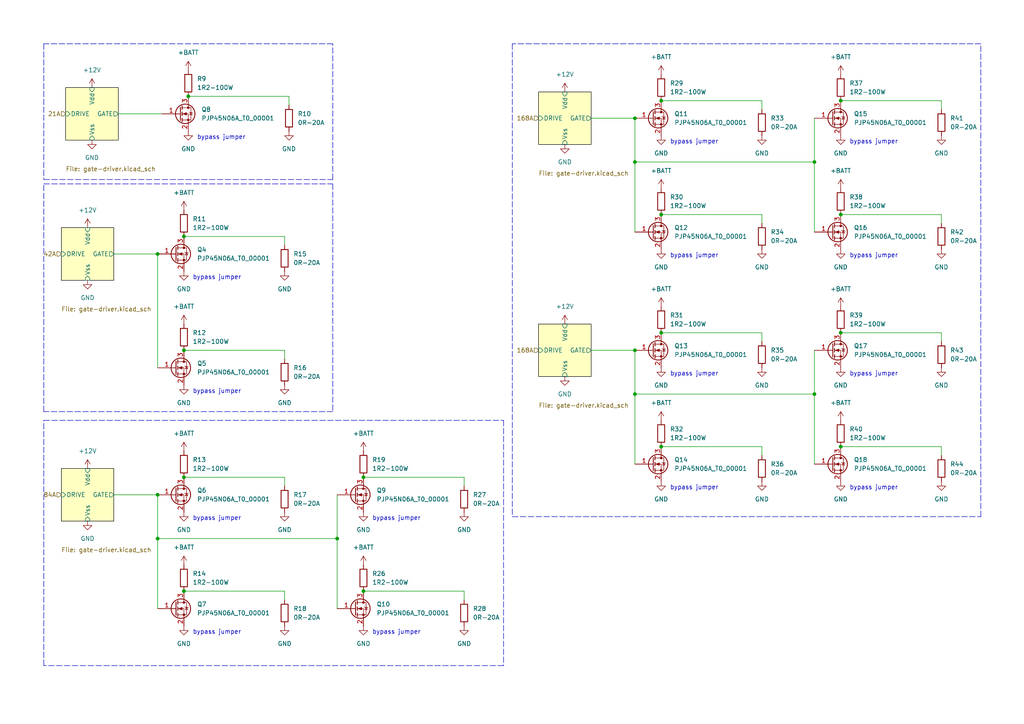
<source format=kicad_sch>
(kicad_sch (version 20211123) (generator eeschema)
  (paper "A4")
  (lib_symbols
    (symbol "OEM:0R-20A" (pin_numbers hide) (pin_names (offset 0))
      (property "Reference" "R" (at 2.032 0 90))
      (property "Value" "0R-20A" (at 0 0 90))
      (symbol "0R-20A_1_1"
        (pin passive line (at 0 3.81 270) (length 1.27) (name "~") (number "1"))
        (pin passive line (at 0 -3.81 90) (length 1.27) (name "~") (number "2"))
      )
    )
    (symbol "OEM:1R2-100W" (pin_numbers hide) (pin_names (offset 0))
      (property "Reference" "R" (at 2.032 0 90))
      (property "Value" "1R2-100W" (at 0 0 90))
      (symbol "1R2-100W_1_1"
        (pin passive line (at 0 3.81 270) (length 1.27) (name "~") (number "1"))
        (pin passive line (at 0 -3.81 90) (length 1.27) (name "~") (number "2"))
      )
    )
    (symbol "OEM:PJP45N06A_T0_00001" (pin_names (offset 0) hide)
      (property "Reference" "Q" (at 5.08 1.905 0))
      (property "Value" "PJP45N06A_T0_00001" (at 5.08 0 0))
      (symbol "PJP45N06A_T0_00001_1_1"
        (pin input line (at -5.08 0 0) (length 5.334) (name "G") (number "1"))
        (pin passive line (at 2.54 -5.08 90) (length 2.54) (name "S") (number "2"))
        (pin passive line (at 2.54 5.08 270) (length 2.54) (name "D") (number "3"))
      )
    )
    (symbol "PJP45N06A_T0_00001_1" (pin_names (offset 0) hide)
      (property "Reference" "Q" (at 5.08 1.905 0))
      (property "Value" "PJP45N06A_T0_00001_1" (at 5.08 0 0))
      (symbol "PJP45N06A_T0_00001_1_1_1"
        (pin input line (at -5.08 0 0) (length 5.334) (name "G") (number "1"))
        (pin passive line (at 2.54 -5.08 90) (length 2.54) (name "S") (number "2"))
        (pin passive line (at 2.54 5.08 270) (length 2.54) (name "D") (number "3"))
      )
    )
    (symbol "PJP45N06A_T0_00001_10" (pin_names (offset 0) hide)
      (property "Reference" "Q" (at 5.08 1.905 0))
      (property "Value" "PJP45N06A_T0_00001_10" (at 5.08 0 0))
      (symbol "PJP45N06A_T0_00001_10_1_1"
        (pin input line (at -5.08 0 0) (length 5.334) (name "G") (number "1"))
        (pin passive line (at 2.54 -5.08 90) (length 2.54) (name "S") (number "2"))
        (pin passive line (at 2.54 5.08 270) (length 2.54) (name "D") (number "3"))
      )
    )
    (symbol "PJP45N06A_T0_00001_11" (pin_names (offset 0) hide)
      (property "Reference" "Q" (at 5.08 1.905 0))
      (property "Value" "PJP45N06A_T0_00001_11" (at 5.08 0 0))
      (symbol "PJP45N06A_T0_00001_11_1_1"
        (pin input line (at -5.08 0 0) (length 5.334) (name "G") (number "1"))
        (pin passive line (at 2.54 -5.08 90) (length 2.54) (name "S") (number "2"))
        (pin passive line (at 2.54 5.08 270) (length 2.54) (name "D") (number "3"))
      )
    )
    (symbol "PJP45N06A_T0_00001_12" (pin_names (offset 0) hide)
      (property "Reference" "Q" (at 5.08 1.905 0))
      (property "Value" "PJP45N06A_T0_00001_12" (at 5.08 0 0))
      (symbol "PJP45N06A_T0_00001_12_1_1"
        (pin input line (at -5.08 0 0) (length 5.334) (name "G") (number "1"))
        (pin passive line (at 2.54 -5.08 90) (length 2.54) (name "S") (number "2"))
        (pin passive line (at 2.54 5.08 270) (length 2.54) (name "D") (number "3"))
      )
    )
    (symbol "PJP45N06A_T0_00001_13" (pin_names (offset 0) hide)
      (property "Reference" "Q" (at 5.08 1.905 0))
      (property "Value" "PJP45N06A_T0_00001_13" (at 5.08 0 0))
      (symbol "PJP45N06A_T0_00001_13_1_1"
        (pin input line (at -5.08 0 0) (length 5.334) (name "G") (number "1"))
        (pin passive line (at 2.54 -5.08 90) (length 2.54) (name "S") (number "2"))
        (pin passive line (at 2.54 5.08 270) (length 2.54) (name "D") (number "3"))
      )
    )
    (symbol "PJP45N06A_T0_00001_14" (pin_names (offset 0) hide)
      (property "Reference" "Q" (at 5.08 1.905 0))
      (property "Value" "PJP45N06A_T0_00001_14" (at 5.08 0 0))
      (symbol "PJP45N06A_T0_00001_14_1_1"
        (pin input line (at -5.08 0 0) (length 5.334) (name "G") (number "1"))
        (pin passive line (at 2.54 -5.08 90) (length 2.54) (name "S") (number "2"))
        (pin passive line (at 2.54 5.08 270) (length 2.54) (name "D") (number "3"))
      )
    )
    (symbol "PJP45N06A_T0_00001_2" (pin_names (offset 0) hide)
      (property "Reference" "Q" (at 5.08 1.905 0))
      (property "Value" "PJP45N06A_T0_00001_2" (at 5.08 0 0))
      (symbol "PJP45N06A_T0_00001_2_1_1"
        (pin input line (at -5.08 0 0) (length 5.334) (name "G") (number "1"))
        (pin passive line (at 2.54 -5.08 90) (length 2.54) (name "S") (number "2"))
        (pin passive line (at 2.54 5.08 270) (length 2.54) (name "D") (number "3"))
      )
    )
    (symbol "PJP45N06A_T0_00001_3" (pin_names (offset 0) hide)
      (property "Reference" "Q" (at 5.08 1.905 0))
      (property "Value" "PJP45N06A_T0_00001_3" (at 5.08 0 0))
      (symbol "PJP45N06A_T0_00001_3_1_1"
        (pin input line (at -5.08 0 0) (length 5.334) (name "G") (number "1"))
        (pin passive line (at 2.54 -5.08 90) (length 2.54) (name "S") (number "2"))
        (pin passive line (at 2.54 5.08 270) (length 2.54) (name "D") (number "3"))
      )
    )
    (symbol "PJP45N06A_T0_00001_4" (pin_names (offset 0) hide)
      (property "Reference" "Q" (at 5.08 1.905 0))
      (property "Value" "PJP45N06A_T0_00001_4" (at 5.08 0 0))
      (symbol "PJP45N06A_T0_00001_4_1_1"
        (pin input line (at -5.08 0 0) (length 5.334) (name "G") (number "1"))
        (pin passive line (at 2.54 -5.08 90) (length 2.54) (name "S") (number "2"))
        (pin passive line (at 2.54 5.08 270) (length 2.54) (name "D") (number "3"))
      )
    )
    (symbol "PJP45N06A_T0_00001_5" (pin_names (offset 0) hide)
      (property "Reference" "Q" (at 5.08 1.905 0))
      (property "Value" "PJP45N06A_T0_00001_5" (at 5.08 0 0))
      (symbol "PJP45N06A_T0_00001_5_1_1"
        (pin input line (at -5.08 0 0) (length 5.334) (name "G") (number "1"))
        (pin passive line (at 2.54 -5.08 90) (length 2.54) (name "S") (number "2"))
        (pin passive line (at 2.54 5.08 270) (length 2.54) (name "D") (number "3"))
      )
    )
    (symbol "PJP45N06A_T0_00001_6" (pin_names (offset 0) hide)
      (property "Reference" "Q" (at 5.08 1.905 0))
      (property "Value" "PJP45N06A_T0_00001_6" (at 5.08 0 0))
      (symbol "PJP45N06A_T0_00001_6_1_1"
        (pin input line (at -5.08 0 0) (length 5.334) (name "G") (number "1"))
        (pin passive line (at 2.54 -5.08 90) (length 2.54) (name "S") (number "2"))
        (pin passive line (at 2.54 5.08 270) (length 2.54) (name "D") (number "3"))
      )
    )
    (symbol "PJP45N06A_T0_00001_7" (pin_names (offset 0) hide)
      (property "Reference" "Q" (at 5.08 1.905 0))
      (property "Value" "PJP45N06A_T0_00001_7" (at 5.08 0 0))
      (symbol "PJP45N06A_T0_00001_7_1_1"
        (pin input line (at -5.08 0 0) (length 5.334) (name "G") (number "1"))
        (pin passive line (at 2.54 -5.08 90) (length 2.54) (name "S") (number "2"))
        (pin passive line (at 2.54 5.08 270) (length 2.54) (name "D") (number "3"))
      )
    )
    (symbol "PJP45N06A_T0_00001_8" (pin_names (offset 0) hide)
      (property "Reference" "Q" (at 5.08 1.905 0))
      (property "Value" "PJP45N06A_T0_00001_8" (at 5.08 0 0))
      (symbol "PJP45N06A_T0_00001_8_1_1"
        (pin input line (at -5.08 0 0) (length 5.334) (name "G") (number "1"))
        (pin passive line (at 2.54 -5.08 90) (length 2.54) (name "S") (number "2"))
        (pin passive line (at 2.54 5.08 270) (length 2.54) (name "D") (number "3"))
      )
    )
    (symbol "PJP45N06A_T0_00001_9" (pin_names (offset 0) hide)
      (property "Reference" "Q" (at 5.08 1.905 0))
      (property "Value" "PJP45N06A_T0_00001_9" (at 5.08 0 0))
      (symbol "PJP45N06A_T0_00001_9_1_1"
        (pin input line (at -5.08 0 0) (length 5.334) (name "G") (number "1"))
        (pin passive line (at 2.54 -5.08 90) (length 2.54) (name "S") (number "2"))
        (pin passive line (at 2.54 5.08 270) (length 2.54) (name "D") (number "3"))
      )
    )
    (symbol "power:+12V" (power) (pin_names (offset 0))
      (property "Value" "+12V" (at 0 3.556 0))
      (symbol "+12V_1_1"
        (pin power_in line (at 0 0 90) (length 0) hide (name "+12V") (number "1"))
      )
    )
    (symbol "power:+BATT" (power) (pin_names (offset 0))
      (property "Value" "+BATT" (at 0 3.556 0))
      (symbol "+BATT_1_1"
        (pin power_in line (at 0 0 90) (length 0) hide (name "+BATT") (number "1"))
      )
    )
    (symbol "power:GND" (power) (pin_names (offset 0))
      (property "Value" "GND" (at 0 -3.81 0))
      (symbol "GND_1_1"
        (pin power_in line (at 0 0 270) (length 0) hide (name "GND") (number "1"))
      )
    )
  )
  (junction (at 184.15 114.3))
  (junction (at 105.41 138.43))
  (junction (at 53.34 171.45))
  (junction (at 45.72 143.51))
  (junction (at 53.34 101.6))
  (junction (at 184.15 101.6))
  (junction (at 236.22 46.99))
  (junction (at 97.79 156.21))
  (junction (at 184.15 46.99))
  (junction (at 236.22 114.3))
  (junction (at 53.34 138.43))
  (junction (at 184.15 34.29))
  (junction (at 243.84 96.52))
  (junction (at 45.72 73.66))
  (junction (at 243.84 29.21))
  (junction (at 45.72 156.21))
  (junction (at 53.34 68.58))
  (junction (at 191.77 96.52))
  (junction (at 191.77 29.21))
  (junction (at 54.61 27.94))
  (junction (at 191.77 62.23))
  (junction (at 243.84 62.23))
  (junction (at 243.84 129.54))
  (junction (at 191.77 129.54))
  (junction (at 105.41 171.45))
  (wire (pts (xy 45.72 156.21) (xy 45.72 176.53)))
  (wire (pts (xy 82.55 101.6) (xy 82.55 104.14)))
  (wire (pts (xy 236.22 101.6) (xy 236.22 114.3)))
  (wire (pts (xy 82.55 138.43) (xy 82.55 140.97)))
  (wire (pts (xy 171.45 101.6) (xy 184.15 101.6)))
  (polyline (pts (xy 284.48 12.7) (xy 148.59 12.7)))
  (polyline (pts (xy 12.7 12.7) (xy 12.7 52.07)))
  (wire (pts (xy 53.34 138.43) (xy 82.55 138.43)))
  (polyline (pts (xy 12.7 193.04) (xy 12.7 121.92)))
  (wire (pts (xy 33.02 73.66) (xy 45.72 73.66)))
  (wire (pts (xy 220.98 29.21) (xy 220.98 31.75)))
  (polyline (pts (xy 12.7 121.92) (xy 146.05 121.92)))
  (wire (pts (xy 236.22 34.29) (xy 236.22 46.99)))
  (wire (pts (xy 191.77 96.52) (xy 220.98 96.52)))
  (wire (pts (xy 191.77 129.54) (xy 220.98 129.54)))
  (wire (pts (xy 191.77 29.21) (xy 220.98 29.21)))
  (polyline (pts (xy 12.7 53.34) (xy 96.52 53.34)))
  (wire (pts (xy 191.77 62.23) (xy 220.98 62.23)))
  (wire (pts (xy 220.98 96.52) (xy 220.98 99.06)))
  (wire (pts (xy 134.62 171.45) (xy 134.62 173.99)))
  (wire (pts (xy 243.84 96.52) (xy 273.05 96.52)))
  (wire (pts (xy 236.22 46.99) (xy 236.22 67.31)))
  (wire (pts (xy 53.34 68.58) (xy 82.55 68.58)))
  (wire (pts (xy 53.34 171.45) (xy 82.55 171.45)))
  (polyline (pts (xy 148.59 12.7) (xy 148.59 149.86)))
  (wire (pts (xy 45.72 156.21) (xy 97.79 156.21)))
  (polyline (pts (xy 96.52 12.7) (xy 12.7 12.7)))
  (polyline (pts (xy 96.52 119.38) (xy 12.7 119.38)))
  (wire (pts (xy 53.34 101.6) (xy 82.55 101.6)))
  (wire (pts (xy 97.79 156.21) (xy 97.79 176.53)))
  (polyline (pts (xy 146.05 121.92) (xy 146.05 193.04)))
  (wire (pts (xy 243.84 29.21) (xy 273.05 29.21)))
  (polyline (pts (xy 96.52 52.07) (xy 96.52 12.7)))
  (wire (pts (xy 184.15 46.99) (xy 184.15 67.31)))
  (wire (pts (xy 33.02 143.51) (xy 45.72 143.51)))
  (wire (pts (xy 34.29 33.02) (xy 46.99 33.02)))
  (wire (pts (xy 184.15 101.6) (xy 184.15 114.3)))
  (wire (pts (xy 134.62 138.43) (xy 134.62 140.97)))
  (wire (pts (xy 273.05 62.23) (xy 273.05 64.77)))
  (polyline (pts (xy 146.05 193.04) (xy 12.7 193.04)))
  (wire (pts (xy 97.79 143.51) (xy 97.79 156.21)))
  (polyline (pts (xy 96.52 53.34) (xy 96.52 119.38)))
  (polyline (pts (xy 12.7 119.38) (xy 12.7 53.34)))
  (wire (pts (xy 220.98 62.23) (xy 220.98 64.77)))
  (wire (pts (xy 82.55 171.45) (xy 82.55 173.99)))
  (wire (pts (xy 45.72 143.51) (xy 45.72 156.21)))
  (wire (pts (xy 171.45 34.29) (xy 184.15 34.29)))
  (polyline (pts (xy 12.7 52.07) (xy 96.52 52.07)))
  (wire (pts (xy 184.15 46.99) (xy 236.22 46.99)))
  (wire (pts (xy 83.82 27.94) (xy 83.82 30.48)))
  (wire (pts (xy 243.84 129.54) (xy 273.05 129.54)))
  (wire (pts (xy 54.61 27.94) (xy 83.82 27.94)))
  (polyline (pts (xy 284.48 149.86) (xy 284.48 12.7)))
  (wire (pts (xy 184.15 114.3) (xy 236.22 114.3)))
  (wire (pts (xy 82.55 68.58) (xy 82.55 71.12)))
  (wire (pts (xy 220.98 129.54) (xy 220.98 132.08)))
  (wire (pts (xy 105.41 171.45) (xy 134.62 171.45)))
  (wire (pts (xy 236.22 114.3) (xy 236.22 134.62)))
  (wire (pts (xy 184.15 114.3) (xy 184.15 134.62)))
  (wire (pts (xy 273.05 129.54) (xy 273.05 132.08)))
  (wire (pts (xy 273.05 29.21) (xy 273.05 31.75)))
  (wire (pts (xy 243.84 62.23) (xy 273.05 62.23)))
  (wire (pts (xy 45.72 73.66) (xy 45.72 106.68)))
  (wire (pts (xy 273.05 96.52) (xy 273.05 99.06)))
  (polyline (pts (xy 148.59 149.86) (xy 284.48 149.86)))
  (wire (pts (xy 184.15 34.29) (xy 184.15 46.99)))
  (wire (pts (xy 105.41 138.43) (xy 134.62 138.43)))
  (text "bypass jumper" (at 107.95 184.15 0) (effects (font (size 1.27 1.27)) (justify left bottom)))
  (text "bypass jumper" (at 194.31 74.93 0) (effects (font (size 1.27 1.27)) (justify left bottom)))
  (text "bypass jumper" (at 55.88 184.15 0) (effects (font (size 1.27 1.27)) (justify left bottom)))
  (text "bypass jumper" (at 107.95 151.13 0) (effects (font (size 1.27 1.27)) (justify left bottom)))
  (text "bypass jumper" (at 194.31 109.22 0) (effects (font (size 1.27 1.27)) (justify left bottom)))
  (text "bypass jumper" (at 55.88 114.3 0) (effects (font (size 1.27 1.27)) (justify left bottom)))
  (text "bypass jumper" (at 194.31 142.24 0) (effects (font (size 1.27 1.27)) (justify left bottom)))
  (text "bypass jumper" (at 246.38 41.91 0) (effects (font (size 1.27 1.27)) (justify left bottom)))
  (text "bypass jumper" (at 55.88 151.13 0) (effects (font (size 1.27 1.27)) (justify left bottom)))
  (text "bypass jumper" (at 246.38 74.93 0) (effects (font (size 1.27 1.27)) (justify left bottom)))
  (text "bypass jumper" (at 246.38 142.24 0) (effects (font (size 1.27 1.27)) (justify left bottom)))
  (text "bypass jumper" (at 55.88 81.28 0) (effects (font (size 1.27 1.27)) (justify left bottom)))
  (text "bypass jumper" (at 246.38 109.22 0) (effects (font (size 1.27 1.27)) (justify left bottom)))
  (text "bypass jumper" (at 57.15 40.64 0) (effects (font (size 1.27 1.27)) (justify left bottom)))
  (text "bypass jumper" (at 194.31 41.91 0) (effects (font (size 1.27 1.27)) (justify left bottom)))
  (hierarchical_label "21A" (shape input) (at 19.05 33.02 180))
  (hierarchical_label "168A" (shape input) (at 156.21 101.6 180))
  (hierarchical_label "42A" (shape input) (at 17.78 73.66 180))
  (hierarchical_label "168A" (shape input) (at 156.21 34.29 180))
  (hierarchical_label "84A" (shape input) (at 17.78 143.51 180))
  (symbol (lib_id "OEM:1R2-100W") (at 243.84 58.42 0) (unit 1)
    (property "Reference" "R38" (at 246.38 57.1499 0) (effects (justify left)))
    (property "Value" "1R2-100W" (at 246.38 59.6899 0) (effects (justify left)))
    (property "Footprint" "Package_TO_SOT_THT:TO-247-2_Vertical" (effects hide))
    (property "Datasheet" "https://drive.google.com/file/d/1gwS39Zu4b_rZUHjr1LJenuEY7YjjKYGq/view?usp=share_link" (effects hide))
  )
  (symbol (lib_name "PJP45N06A_T0_00001_7") (lib_id "OEM:PJP45N06A_T0_00001") (at 50.8 176.53 0) (unit 1)
    (property "Reference" "Q7" (at 57.15 175.2599 0) (effects (justify left)))
    (property "Value" "PJP45N06A_T0_00001" (at 57.15 177.7999 0) (effects (justify left)))
    (property "Footprint" "Package_TO_SOT_THT:TO-220-3_Vertical" (effects hide))
    (property "Datasheet" "https://drive.google.com/file/d/1sVaQhWpQOb1DdyRhf0dJvVOk61Lfb5uU/view?usp=share_link" (effects hide))
  )
  (symbol (lib_id "power:GND") (at 54.61 38.1 0) (unit 1)
    (property "Reference" "#PWR0188" (effects hide))
    (property "Value" "GND" (at 54.61 43.18 0))
  )
  (symbol (lib_id "power:+BATT") (at 105.41 163.83 0) (unit 1)
    (property "Reference" "#PWR0145" (effects hide))
    (property "Value" "+BATT" (at 105.41 158.75 0))
  )
  (symbol (lib_id "power:+12V") (at 26.67 25.4 0) (unit 1)
    (property "Reference" "#PWR0183" (effects hide))
    (property "Value" "+12V" (at 26.67 20.32 0))
  )
  (symbol (lib_id "OEM:0R-20A") (at 82.55 74.93 0) (unit 1)
    (property "Reference" "R15" (at 85.09 73.6599 0) (effects (justify left)))
    (property "Value" "0R-20A" (at 85.09 76.1999 0) (effects (justify left)))
    (property "Footprint" "OEM:Keystone_5102" (effects hide))
    (property "Datasheet" "https://drive.google.com/file/d/1HKFeeZF7ufPdA83_Gbo5zhYmCSN29wBu/view?usp=share_link" (effects hide))
    (property "MPN" "5102" (effects hide))
  )
  (symbol (lib_id "OEM:1R2-100W") (at 53.34 167.64 0) (unit 1)
    (property "Reference" "R14" (at 55.88 166.3699 0) (effects (justify left)))
    (property "Value" "1R2-100W" (at 55.88 168.9099 0) (effects (justify left)))
    (property "Footprint" "Package_TO_SOT_THT:TO-247-2_Vertical" (effects hide))
    (property "Datasheet" "https://drive.google.com/file/d/1gwS39Zu4b_rZUHjr1LJenuEY7YjjKYGq/view?usp=share_link" (effects hide))
  )
  (symbol (lib_id "power:GND") (at 163.83 41.91 0) (unit 1)
    (property "Reference" "#PWR0165" (effects hide))
    (property "Value" "GND" (at 163.83 46.99 0))
  )
  (symbol (lib_id "OEM:1R2-100W") (at 53.34 134.62 0) (unit 1)
    (property "Reference" "R13" (at 55.88 133.3499 0) (effects (justify left)))
    (property "Value" "1R2-100W" (at 55.88 135.8899 0) (effects (justify left)))
    (property "Footprint" "Package_TO_SOT_THT:TO-247-2_Vertical" (effects hide))
    (property "Datasheet" "https://drive.google.com/file/d/1gwS39Zu4b_rZUHjr1LJenuEY7YjjKYGq/view?usp=share_link" (effects hide))
  )
  (symbol (lib_id "OEM:0R-20A") (at 82.55 144.78 0) (unit 1)
    (property "Reference" "R17" (at 85.09 143.5099 0) (effects (justify left)))
    (property "Value" "0R-20A" (at 85.09 146.0499 0) (effects (justify left)))
    (property "Footprint" "OEM:Keystone_5102" (effects hide))
    (property "Datasheet" "https://drive.google.com/file/d/1HKFeeZF7ufPdA83_Gbo5zhYmCSN29wBu/view?usp=share_link" (effects hide))
    (property "MPN" "5102" (effects hide))
  )
  (symbol (lib_name "PJP45N06A_T0_00001_9") (lib_id "OEM:PJP45N06A_T0_00001") (at 241.3 101.6 0) (unit 1)
    (property "Reference" "Q17" (at 247.65 100.3299 0) (effects (justify left)))
    (property "Value" "PJP45N06A_T0_00001" (at 247.65 102.8699 0) (effects (justify left)))
    (property "Footprint" "Package_TO_SOT_THT:TO-220-3_Vertical" (effects hide))
    (property "Datasheet" "https://drive.google.com/file/d/1sVaQhWpQOb1DdyRhf0dJvVOk61Lfb5uU/view?usp=share_link" (effects hide))
  )
  (symbol (lib_id "power:GND") (at 243.84 39.37 0) (unit 1)
    (property "Reference" "#PWR0171" (effects hide))
    (property "Value" "GND" (at 243.84 44.45 0))
  )
  (symbol (lib_id "power:GND") (at 53.34 111.76 0) (unit 1)
    (property "Reference" "#PWR0193" (effects hide))
    (property "Value" "GND" (at 53.34 116.84 0))
  )
  (symbol (lib_id "power:GND") (at 82.55 78.74 0) (unit 1)
    (property "Reference" "#PWR0187" (effects hide))
    (property "Value" "GND" (at 82.55 83.82 0))
  )
  (symbol (lib_id "power:GND") (at 220.98 39.37 0) (unit 1)
    (property "Reference" "#PWR0169" (effects hide))
    (property "Value" "GND" (at 220.98 44.45 0))
  )
  (symbol (lib_id "OEM:0R-20A") (at 82.55 107.95 0) (unit 1)
    (property "Reference" "R16" (at 85.09 106.6799 0) (effects (justify left)))
    (property "Value" "0R-20A" (at 85.09 109.2199 0) (effects (justify left)))
    (property "Footprint" "OEM:Keystone_5102" (effects hide))
    (property "Datasheet" "https://drive.google.com/file/d/1HKFeeZF7ufPdA83_Gbo5zhYmCSN29wBu/view?usp=share_link" (effects hide))
    (property "MPN" "5102" (effects hide))
  )
  (symbol (lib_id "power:+BATT") (at 191.77 54.61 0) (unit 1)
    (property "Reference" "#PWR0166" (effects hide))
    (property "Value" "+BATT" (at 191.77 49.53 0))
  )
  (symbol (lib_id "power:GND") (at 26.67 40.64 0) (unit 1)
    (property "Reference" "#PWR0184" (effects hide))
    (property "Value" "GND" (at 26.67 45.72 0))
  )
  (symbol (lib_id "power:GND") (at 243.84 139.7 0) (unit 1)
    (property "Reference" "#PWR0177" (effects hide))
    (property "Value" "GND" (at 243.84 144.78 0))
  )
  (symbol (lib_name "PJP45N06A_T0_00001_6") (lib_id "OEM:PJP45N06A_T0_00001") (at 241.3 67.31 0) (unit 1)
    (property "Reference" "Q16" (at 247.65 66.0399 0) (effects (justify left)))
    (property "Value" "PJP45N06A_T0_00001" (at 247.65 68.5799 0) (effects (justify left)))
    (property "Footprint" "Package_TO_SOT_THT:TO-220-3_Vertical" (effects hide))
    (property "Datasheet" "https://drive.google.com/file/d/1sVaQhWpQOb1DdyRhf0dJvVOk61Lfb5uU/view?usp=share_link" (effects hide))
  )
  (symbol (lib_id "power:+12V") (at 163.83 93.98 0) (unit 1)
    (property "Reference" "#PWR0156" (effects hide))
    (property "Value" "+12V" (at 163.83 88.9 0))
  )
  (symbol (lib_id "power:GND") (at 82.55 111.76 0) (unit 1)
    (property "Reference" "#PWR0194" (effects hide))
    (property "Value" "GND" (at 82.55 116.84 0))
  )
  (symbol (lib_id "OEM:0R-20A") (at 82.55 177.8 0) (unit 1)
    (property "Reference" "R18" (at 85.09 176.5299 0) (effects (justify left)))
    (property "Value" "0R-20A" (at 85.09 179.0699 0) (effects (justify left)))
    (property "Footprint" "OEM:Keystone_5102" (effects hide))
    (property "Datasheet" "https://drive.google.com/file/d/1HKFeeZF7ufPdA83_Gbo5zhYmCSN29wBu/view?usp=share_link" (effects hide))
    (property "MPN" "5102" (effects hide))
  )
  (symbol (lib_id "OEM:0R-20A") (at 83.82 34.29 0) (unit 1)
    (property "Reference" "R10" (at 86.36 33.0199 0) (effects (justify left)))
    (property "Value" "0R-20A" (at 86.36 35.5599 0) (effects (justify left)))
    (property "Footprint" "OEM:Keystone_5102" (effects hide))
    (property "Datasheet" "https://drive.google.com/file/d/1HKFeeZF7ufPdA83_Gbo5zhYmCSN29wBu/view?usp=share_link" (effects hide))
    (property "MPN" "5102" (effects hide))
  )
  (symbol (lib_id "power:+12V") (at 25.4 66.04 0) (unit 1)
    (property "Reference" "#PWR0181" (effects hide))
    (property "Value" "+12V" (at 25.4 60.96 0))
  )
  (symbol (lib_id "power:GND") (at 220.98 106.68 0) (unit 1)
    (property "Reference" "#PWR0161" (effects hide))
    (property "Value" "GND" (at 220.98 111.76 0))
  )
  (symbol (lib_id "power:+BATT") (at 191.77 21.59 0) (unit 1)
    (property "Reference" "#PWR0167" (effects hide))
    (property "Value" "+BATT" (at 191.77 16.51 0))
  )
  (symbol (lib_id "power:GND") (at 83.82 38.1 0) (unit 1)
    (property "Reference" "#PWR0197" (effects hide))
    (property "Value" "GND" (at 83.82 43.18 0))
  )
  (symbol (lib_name "PJP45N06A_T0_00001_11") (lib_id "OEM:PJP45N06A_T0_00001") (at 189.23 134.62 0) (unit 1)
    (property "Reference" "Q14" (at 195.58 133.3499 0) (effects (justify left)))
    (property "Value" "PJP45N06A_T0_00001" (at 195.58 135.8899 0) (effects (justify left)))
    (property "Footprint" "Package_TO_SOT_THT:TO-220-3_Vertical" (effects hide))
    (property "Datasheet" "https://drive.google.com/file/d/1sVaQhWpQOb1DdyRhf0dJvVOk61Lfb5uU/view?usp=share_link" (effects hide))
  )
  (symbol (lib_name "PJP45N06A_T0_00001_14") (lib_id "OEM:PJP45N06A_T0_00001") (at 50.8 73.66 0) (unit 1)
    (property "Reference" "Q4" (at 57.15 72.3899 0) (effects (justify left)))
    (property "Value" "PJP45N06A_T0_00001" (at 57.15 74.9299 0) (effects (justify left)))
    (property "Footprint" "Package_TO_SOT_THT:TO-220-3_Vertical" (effects hide))
    (property "Datasheet" "https://drive.google.com/file/d/1sVaQhWpQOb1DdyRhf0dJvVOk61Lfb5uU/view?usp=share_link" (effects hide))
  )
  (symbol (lib_id "OEM:1R2-100W") (at 53.34 64.77 0) (unit 1)
    (property "Reference" "R11" (at 55.88 63.4999 0) (effects (justify left)))
    (property "Value" "1R2-100W" (at 55.88 66.0399 0) (effects (justify left)))
    (property "Footprint" "Package_TO_SOT_THT:TO-247-2_Vertical" (effects hide))
    (property "Datasheet" "https://drive.google.com/file/d/1gwS39Zu4b_rZUHjr1LJenuEY7YjjKYGq/view?usp=share_link" (effects hide))
  )
  (symbol (lib_id "power:+BATT") (at 243.84 121.92 0) (unit 1)
    (property "Reference" "#PWR0174" (effects hide))
    (property "Value" "+BATT" (at 243.84 116.84 0))
  )
  (symbol (lib_id "power:GND") (at 25.4 151.13 0) (unit 1)
    (property "Reference" "#PWR0172" (effects hide))
    (property "Value" "GND" (at 25.4 156.21 0))
  )
  (symbol (lib_id "OEM:0R-20A") (at 273.05 35.56 0) (unit 1)
    (property "Reference" "R41" (at 275.59 34.2899 0) (effects (justify left)))
    (property "Value" "0R-20A" (at 275.59 36.8299 0) (effects (justify left)))
    (property "Footprint" "OEM:Keystone_5102" (effects hide))
    (property "Datasheet" "https://drive.google.com/file/d/1HKFeeZF7ufPdA83_Gbo5zhYmCSN29wBu/view?usp=share_link" (effects hide))
    (property "MPN" "5102" (effects hide))
  )
  (symbol (lib_id "OEM:1R2-100W") (at 191.77 25.4 0) (unit 1)
    (property "Reference" "R29" (at 194.31 24.1299 0) (effects (justify left)))
    (property "Value" "1R2-100W" (at 194.31 26.6699 0) (effects (justify left)))
    (property "Footprint" "Package_TO_SOT_THT:TO-247-2_Vertical" (effects hide))
    (property "Datasheet" "https://drive.google.com/file/d/1gwS39Zu4b_rZUHjr1LJenuEY7YjjKYGq/view?usp=share_link" (effects hide))
  )
  (symbol (lib_id "OEM:PJP45N06A_T0_00001") (at 52.07 33.02 0) (unit 1)
    (property "Reference" "Q8" (at 58.42 31.7499 0) (effects (justify left)))
    (property "Value" "PJP45N06A_T0_00001" (at 58.42 34.2899 0) (effects (justify left)))
    (property "Footprint" "Package_TO_SOT_THT:TO-220-3_Vertical" (effects hide))
    (property "Datasheet" "https://drive.google.com/file/d/1sVaQhWpQOb1DdyRhf0dJvVOk61Lfb5uU/view?usp=share_link" (effects hide))
  )
  (symbol (lib_name "PJP45N06A_T0_00001_3") (lib_id "OEM:PJP45N06A_T0_00001") (at 189.23 101.6 0) (unit 1)
    (property "Reference" "Q13" (at 195.58 100.3299 0) (effects (justify left)))
    (property "Value" "PJP45N06A_T0_00001" (at 195.58 102.8699 0) (effects (justify left)))
    (property "Footprint" "Package_TO_SOT_THT:TO-220-3_Vertical" (effects hide))
    (property "Datasheet" "https://drive.google.com/file/d/1sVaQhWpQOb1DdyRhf0dJvVOk61Lfb5uU/view?usp=share_link" (effects hide))
  )
  (symbol (lib_name "PJP45N06A_T0_00001_1") (lib_id "OEM:PJP45N06A_T0_00001") (at 102.87 176.53 0) (unit 1)
    (property "Reference" "Q10" (at 109.22 175.2599 0) (effects (justify left)))
    (property "Value" "PJP45N06A_T0_00001" (at 109.22 177.7999 0) (effects (justify left)))
    (property "Footprint" "Package_TO_SOT_THT:TO-220-3_Vertical" (effects hide))
    (property "Datasheet" "https://drive.google.com/file/d/1sVaQhWpQOb1DdyRhf0dJvVOk61Lfb5uU/view?usp=share_link" (effects hide))
  )
  (symbol (lib_id "power:GND") (at 105.41 148.59 0) (unit 1)
    (property "Reference" "#PWR0147" (effects hide))
    (property "Value" "GND" (at 105.41 153.67 0))
  )
  (symbol (lib_id "OEM:0R-20A") (at 273.05 68.58 0) (unit 1)
    (property "Reference" "R42" (at 275.59 67.3099 0) (effects (justify left)))
    (property "Value" "0R-20A" (at 275.59 69.8499 0) (effects (justify left)))
    (property "Footprint" "OEM:Keystone_5102" (effects hide))
    (property "Datasheet" "https://drive.google.com/file/d/1HKFeeZF7ufPdA83_Gbo5zhYmCSN29wBu/view?usp=share_link" (effects hide))
    (property "MPN" "5102" (effects hide))
  )
  (symbol (lib_id "power:GND") (at 53.34 78.74 0) (unit 1)
    (property "Reference" "#PWR0196" (effects hide))
    (property "Value" "GND" (at 53.34 83.82 0))
  )
  (symbol (lib_id "power:+BATT") (at 53.34 163.83 0) (unit 1)
    (property "Reference" "#PWR0148" (effects hide))
    (property "Value" "+BATT" (at 53.34 158.75 0))
  )
  (symbol (lib_name "PJP45N06A_T0_00001_12") (lib_id "OEM:PJP45N06A_T0_00001") (at 50.8 106.68 0) (unit 1)
    (property "Reference" "Q5" (at 57.15 105.4099 0) (effects (justify left)))
    (property "Value" "PJP45N06A_T0_00001" (at 57.15 107.9499 0) (effects (justify left)))
    (property "Footprint" "Package_TO_SOT_THT:TO-220-3_Vertical" (effects hide))
    (property "Datasheet" "https://drive.google.com/file/d/1sVaQhWpQOb1DdyRhf0dJvVOk61Lfb5uU/view?usp=share_link" (effects hide))
  )
  (symbol (lib_id "OEM:0R-20A") (at 220.98 135.89 0) (unit 1)
    (property "Reference" "R36" (at 223.52 134.6199 0) (effects (justify left)))
    (property "Value" "0R-20A" (at 223.52 137.1599 0) (effects (justify left)))
    (property "Footprint" "OEM:Keystone_5102" (effects hide))
    (property "Datasheet" "https://drive.google.com/file/d/1HKFeeZF7ufPdA83_Gbo5zhYmCSN29wBu/view?usp=share_link" (effects hide))
    (property "MPN" "5102" (effects hide))
  )
  (symbol (lib_id "power:+BATT") (at 243.84 88.9 0) (unit 1)
    (property "Reference" "#PWR0190" (effects hide))
    (property "Value" "+BATT" (at 243.84 83.82 0))
  )
  (symbol (lib_id "OEM:1R2-100W") (at 105.41 134.62 0) (unit 1)
    (property "Reference" "R19" (at 107.95 133.3499 0) (effects (justify left)))
    (property "Value" "1R2-100W" (at 107.95 135.8899 0) (effects (justify left)))
    (property "Footprint" "Package_TO_SOT_THT:TO-247-2_Vertical" (effects hide))
    (property "Datasheet" "https://drive.google.com/file/d/1gwS39Zu4b_rZUHjr1LJenuEY7YjjKYGq/view?usp=share_link" (effects hide))
  )
  (symbol (lib_id "power:+BATT") (at 53.34 93.98 0) (unit 1)
    (property "Reference" "#PWR0195" (effects hide))
    (property "Value" "+BATT" (at 53.34 88.9 0))
  )
  (symbol (lib_name "PJP45N06A_T0_00001_8") (lib_id "OEM:PJP45N06A_T0_00001") (at 50.8 143.51 0) (unit 1)
    (property "Reference" "Q6" (at 57.15 142.2399 0) (effects (justify left)))
    (property "Value" "PJP45N06A_T0_00001" (at 57.15 144.7799 0) (effects (justify left)))
    (property "Footprint" "Package_TO_SOT_THT:TO-220-3_Vertical" (effects hide))
    (property "Datasheet" "https://drive.google.com/file/d/1sVaQhWpQOb1DdyRhf0dJvVOk61Lfb5uU/view?usp=share_link" (effects hide))
  )
  (symbol (lib_id "OEM:0R-20A") (at 273.05 102.87 0) (unit 1)
    (property "Reference" "R43" (at 275.59 101.5999 0) (effects (justify left)))
    (property "Value" "0R-20A" (at 275.59 104.1399 0) (effects (justify left)))
    (property "Footprint" "OEM:Keystone_5102" (effects hide))
    (property "Datasheet" "https://drive.google.com/file/d/1HKFeeZF7ufPdA83_Gbo5zhYmCSN29wBu/view?usp=share_link" (effects hide))
    (property "MPN" "5102" (effects hide))
  )
  (symbol (lib_id "power:GND") (at 53.34 148.59 0) (unit 1)
    (property "Reference" "#PWR0152" (effects hide))
    (property "Value" "GND" (at 53.34 153.67 0))
  )
  (symbol (lib_id "power:+BATT") (at 53.34 130.81 0) (unit 1)
    (property "Reference" "#PWR0154" (effects hide))
    (property "Value" "+BATT" (at 53.34 125.73 0))
  )
  (symbol (lib_name "PJP45N06A_T0_00001_2") (lib_id "OEM:PJP45N06A_T0_00001") (at 102.87 143.51 0) (unit 1)
    (property "Reference" "Q9" (at 109.22 142.2399 0) (effects (justify left)))
    (property "Value" "PJP45N06A_T0_00001" (at 109.22 144.7799 0) (effects (justify left)))
    (property "Footprint" "Package_TO_SOT_THT:TO-220-3_Vertical" (effects hide))
    (property "Datasheet" "https://drive.google.com/file/d/1sVaQhWpQOb1DdyRhf0dJvVOk61Lfb5uU/view?usp=share_link" (effects hide))
  )
  (symbol (lib_id "power:GND") (at 191.77 39.37 0) (unit 1)
    (property "Reference" "#PWR0163" (effects hide))
    (property "Value" "GND" (at 191.77 44.45 0))
  )
  (symbol (lib_id "power:GND") (at 220.98 139.7 0) (unit 1)
    (property "Reference" "#PWR0179" (effects hide))
    (property "Value" "GND" (at 220.98 144.78 0))
  )
  (symbol (lib_id "OEM:0R-20A") (at 134.62 177.8 0) (unit 1)
    (property "Reference" "R28" (at 137.16 176.5299 0) (effects (justify left)))
    (property "Value" "0R-20A" (at 137.16 179.0699 0) (effects (justify left)))
    (property "Footprint" "OEM:Keystone_5102" (effects hide))
    (property "Datasheet" "https://drive.google.com/file/d/1HKFeeZF7ufPdA83_Gbo5zhYmCSN29wBu/view?usp=share_link" (effects hide))
    (property "MPN" "5102" (effects hide))
  )
  (symbol (lib_id "power:+BATT") (at 53.34 60.96 0) (unit 1)
    (property "Reference" "#PWR0186" (effects hide))
    (property "Value" "+BATT" (at 53.34 55.88 0))
  )
  (symbol (lib_id "power:GND") (at 273.05 139.7 0) (unit 1)
    (property "Reference" "#PWR0180" (effects hide))
    (property "Value" "GND" (at 273.05 144.78 0))
  )
  (symbol (lib_id "power:GND") (at 220.98 72.39 0) (unit 1)
    (property "Reference" "#PWR0159" (effects hide))
    (property "Value" "GND" (at 220.98 77.47 0))
  )
  (symbol (lib_id "power:GND") (at 191.77 72.39 0) (unit 1)
    (property "Reference" "#PWR0158" (effects hide))
    (property "Value" "GND" (at 191.77 77.47 0))
  )
  (symbol (lib_id "OEM:1R2-100W") (at 54.61 24.13 0) (unit 1)
    (property "Reference" "R9" (at 57.15 22.8599 0) (effects (justify left)))
    (property "Value" "1R2-100W" (at 57.15 25.3999 0) (effects (justify left)))
    (property "Footprint" "Package_TO_SOT_THT:TO-247-2_Vertical" (effects hide))
    (property "Datasheet" "https://drive.google.com/file/d/1gwS39Zu4b_rZUHjr1LJenuEY7YjjKYGq/view?usp=share_link" (effects hide))
  )
  (symbol (lib_id "OEM:1R2-100W") (at 243.84 25.4 0) (unit 1)
    (property "Reference" "R37" (at 246.38 24.1299 0) (effects (justify left)))
    (property "Value" "1R2-100W" (at 246.38 26.6699 0) (effects (justify left)))
    (property "Footprint" "Package_TO_SOT_THT:TO-247-2_Vertical" (effects hide))
    (property "Datasheet" "https://drive.google.com/file/d/1gwS39Zu4b_rZUHjr1LJenuEY7YjjKYGq/view?usp=share_link" (effects hide))
  )
  (symbol (lib_name "PJP45N06A_T0_00001_10") (lib_id "OEM:PJP45N06A_T0_00001") (at 241.3 134.62 0) (unit 1)
    (property "Reference" "Q18" (at 247.65 133.3499 0) (effects (justify left)))
    (property "Value" "PJP45N06A_T0_00001" (at 247.65 135.8899 0) (effects (justify left)))
    (property "Footprint" "Package_TO_SOT_THT:TO-220-3_Vertical" (effects hide))
    (property "Datasheet" "https://drive.google.com/file/d/1sVaQhWpQOb1DdyRhf0dJvVOk61Lfb5uU/view?usp=share_link" (effects hide))
  )
  (symbol (lib_id "power:GND") (at 273.05 39.37 0) (unit 1)
    (property "Reference" "#PWR0170" (effects hide))
    (property "Value" "GND" (at 273.05 44.45 0))
  )
  (symbol (lib_name "PJP45N06A_T0_00001_5") (lib_id "OEM:PJP45N06A_T0_00001") (at 189.23 67.31 0) (unit 1)
    (property "Reference" "Q12" (at 195.58 66.0399 0) (effects (justify left)))
    (property "Value" "PJP45N06A_T0_00001" (at 195.58 68.5799 0) (effects (justify left)))
    (property "Footprint" "Package_TO_SOT_THT:TO-220-3_Vertical" (effects hide))
    (property "Datasheet" "https://drive.google.com/file/d/1sVaQhWpQOb1DdyRhf0dJvVOk61Lfb5uU/view?usp=share_link" (effects hide))
  )
  (symbol (lib_id "OEM:0R-20A") (at 220.98 68.58 0) (unit 1)
    (property "Reference" "R34" (at 223.52 67.3099 0) (effects (justify left)))
    (property "Value" "0R-20A" (at 223.52 69.8499 0) (effects (justify left)))
    (property "Footprint" "OEM:Keystone_5102" (effects hide))
    (property "Datasheet" "https://drive.google.com/file/d/1HKFeeZF7ufPdA83_Gbo5zhYmCSN29wBu/view?usp=share_link" (effects hide))
    (property "MPN" "5102" (effects hide))
  )
  (symbol (lib_id "OEM:1R2-100W") (at 191.77 92.71 0) (unit 1)
    (property "Reference" "R31" (at 194.31 91.4399 0) (effects (justify left)))
    (property "Value" "1R2-100W" (at 194.31 93.9799 0) (effects (justify left)))
    (property "Footprint" "Package_TO_SOT_THT:TO-247-2_Vertical" (effects hide))
    (property "Datasheet" "https://drive.google.com/file/d/1gwS39Zu4b_rZUHjr1LJenuEY7YjjKYGq/view?usp=share_link" (effects hide))
  )
  (symbol (lib_id "power:+BATT") (at 191.77 121.92 0) (unit 1)
    (property "Reference" "#PWR0162" (effects hide))
    (property "Value" "+BATT" (at 191.77 116.84 0))
  )
  (symbol (lib_id "OEM:1R2-100W") (at 53.34 97.79 0) (unit 1)
    (property "Reference" "R12" (at 55.88 96.5199 0) (effects (justify left)))
    (property "Value" "1R2-100W" (at 55.88 99.0599 0) (effects (justify left)))
    (property "Footprint" "Package_TO_SOT_THT:TO-247-2_Vertical" (effects hide))
    (property "Datasheet" "https://drive.google.com/file/d/1gwS39Zu4b_rZUHjr1LJenuEY7YjjKYGq/view?usp=share_link" (effects hide))
  )
  (symbol (lib_id "OEM:1R2-100W") (at 191.77 58.42 0) (unit 1)
    (property "Reference" "R30" (at 194.31 57.1499 0) (effects (justify left)))
    (property "Value" "1R2-100W" (at 194.31 59.6899 0) (effects (justify left)))
    (property "Footprint" "Package_TO_SOT_THT:TO-247-2_Vertical" (effects hide))
    (property "Datasheet" "https://drive.google.com/file/d/1gwS39Zu4b_rZUHjr1LJenuEY7YjjKYGq/view?usp=share_link" (effects hide))
  )
  (symbol (lib_id "OEM:0R-20A") (at 220.98 102.87 0) (unit 1)
    (property "Reference" "R35" (at 223.52 101.5999 0) (effects (justify left)))
    (property "Value" "0R-20A" (at 223.52 104.1399 0) (effects (justify left)))
    (property "Footprint" "OEM:Keystone_5102" (effects hide))
    (property "Datasheet" "https://drive.google.com/file/d/1HKFeeZF7ufPdA83_Gbo5zhYmCSN29wBu/view?usp=share_link" (effects hide))
    (property "MPN" "5102" (effects hide))
  )
  (symbol (lib_name "PJP45N06A_T0_00001_13") (lib_id "OEM:PJP45N06A_T0_00001") (at 241.3 34.29 0) (unit 1)
    (property "Reference" "Q15" (at 247.65 33.0199 0) (effects (justify left)))
    (property "Value" "PJP45N06A_T0_00001" (at 247.65 35.5599 0) (effects (justify left)))
    (property "Footprint" "Package_TO_SOT_THT:TO-220-3_Vertical" (effects hide))
    (property "Datasheet" "https://drive.google.com/file/d/1sVaQhWpQOb1DdyRhf0dJvVOk61Lfb5uU/view?usp=share_link" (effects hide))
  )
  (symbol (lib_id "power:GND") (at 191.77 106.68 0) (unit 1)
    (property "Reference" "#PWR0160" (effects hide))
    (property "Value" "GND" (at 191.77 111.76 0))
  )
  (symbol (lib_id "power:GND") (at 25.4 81.28 0) (unit 1)
    (property "Reference" "#PWR0182" (effects hide))
    (property "Value" "GND" (at 25.4 86.36 0))
  )
  (symbol (lib_id "OEM:0R-20A") (at 134.62 144.78 0) (unit 1)
    (property "Reference" "R27" (at 137.16 143.5099 0) (effects (justify left)))
    (property "Value" "0R-20A" (at 137.16 146.0499 0) (effects (justify left)))
    (property "Footprint" "OEM:Keystone_5102" (effects hide))
    (property "Datasheet" "https://drive.google.com/file/d/1HKFeeZF7ufPdA83_Gbo5zhYmCSN29wBu/view?usp=share_link" (effects hide))
    (property "MPN" "5102" (effects hide))
  )
  (symbol (lib_name "PJP45N06A_T0_00001_4") (lib_id "OEM:PJP45N06A_T0_00001") (at 189.23 34.29 0) (unit 1)
    (property "Reference" "Q11" (at 195.58 33.0199 0) (effects (justify left)))
    (property "Value" "PJP45N06A_T0_00001" (at 195.58 35.5599 0) (effects (justify left)))
    (property "Footprint" "Package_TO_SOT_THT:TO-220-3_Vertical" (effects hide))
    (property "Datasheet" "https://drive.google.com/file/d/1sVaQhWpQOb1DdyRhf0dJvVOk61Lfb5uU/view?usp=share_link" (effects hide))
  )
  (symbol (lib_id "power:+BATT") (at 105.41 130.81 0) (unit 1)
    (property "Reference" "#PWR0151" (effects hide))
    (property "Value" "+BATT" (at 105.41 125.73 0))
  )
  (symbol (lib_id "power:GND") (at 243.84 106.68 0) (unit 1)
    (property "Reference" "#PWR0175" (effects hide))
    (property "Value" "GND" (at 243.84 111.76 0))
  )
  (symbol (lib_id "power:GND") (at 243.84 72.39 0) (unit 1)
    (property "Reference" "#PWR0191" (effects hide))
    (property "Value" "GND" (at 243.84 77.47 0))
  )
  (symbol (lib_id "OEM:1R2-100W") (at 191.77 125.73 0) (unit 1)
    (property "Reference" "R32" (at 194.31 124.4599 0) (effects (justify left)))
    (property "Value" "1R2-100W" (at 194.31 126.9999 0) (effects (justify left)))
    (property "Footprint" "Package_TO_SOT_THT:TO-247-2_Vertical" (effects hide))
    (property "Datasheet" "https://drive.google.com/file/d/1gwS39Zu4b_rZUHjr1LJenuEY7YjjKYGq/view?usp=share_link" (effects hide))
  )
  (symbol (lib_id "power:GND") (at 163.83 109.22 0) (unit 1)
    (property "Reference" "#PWR0155" (effects hide))
    (property "Value" "GND" (at 163.83 114.3 0))
  )
  (symbol (lib_id "power:GND") (at 105.41 181.61 0) (unit 1)
    (property "Reference" "#PWR0146" (effects hide))
    (property "Value" "GND" (at 105.41 186.69 0))
  )
  (symbol (lib_id "OEM:0R-20A") (at 273.05 135.89 0) (unit 1)
    (property "Reference" "R44" (at 275.59 134.6199 0) (effects (justify left)))
    (property "Value" "0R-20A" (at 275.59 137.1599 0) (effects (justify left)))
    (property "Footprint" "OEM:Keystone_5102" (effects hide))
    (property "Datasheet" "https://drive.google.com/file/d/1HKFeeZF7ufPdA83_Gbo5zhYmCSN29wBu/view?usp=share_link" (effects hide))
    (property "MPN" "5102" (effects hide))
  )
  (symbol (lib_id "power:+BATT") (at 243.84 54.61 0) (unit 1)
    (property "Reference" "#PWR0189" (effects hide))
    (property "Value" "+BATT" (at 243.84 49.53 0))
  )
  (symbol (lib_id "power:GND") (at 273.05 72.39 0) (unit 1)
    (property "Reference" "#PWR0192" (effects hide))
    (property "Value" "GND" (at 273.05 77.47 0))
  )
  (symbol (lib_id "power:+BATT") (at 243.84 21.59 0) (unit 1)
    (property "Reference" "#PWR0168" (effects hide))
    (property "Value" "+BATT" (at 243.84 16.51 0))
  )
  (symbol (lib_id "power:+BATT") (at 191.77 88.9 0) (unit 1)
    (property "Reference" "#PWR0157" (effects hide))
    (property "Value" "+BATT" (at 191.77 83.82 0))
  )
  (symbol (lib_id "power:GND") (at 134.62 181.61 0) (unit 1)
    (property "Reference" "#PWR0144" (effects hide))
    (property "Value" "GND" (at 134.62 186.69 0))
  )
  (symbol (lib_id "power:+12V") (at 25.4 135.89 0) (unit 1)
    (property "Reference" "#PWR0173" (effects hide))
    (property "Value" "+12V" (at 25.4 130.81 0))
  )
  (symbol (lib_id "power:GND") (at 273.05 106.68 0) (unit 1)
    (property "Reference" "#PWR0176" (effects hide))
    (property "Value" "GND" (at 273.05 111.76 0))
  )
  (symbol (lib_id "OEM:1R2-100W") (at 105.41 167.64 0) (unit 1)
    (property "Reference" "R26" (at 107.95 166.3699 0) (effects (justify left)))
    (property "Value" "1R2-100W" (at 107.95 168.9099 0) (effects (justify left)))
    (property "Footprint" "Package_TO_SOT_THT:TO-247-2_Vertical" (effects hide))
    (property "Datasheet" "https://drive.google.com/file/d/1gwS39Zu4b_rZUHjr1LJenuEY7YjjKYGq/view?usp=share_link" (effects hide))
  )
  (symbol (lib_id "power:GND") (at 53.34 181.61 0) (unit 1)
    (property "Reference" "#PWR0149" (effects hide))
    (property "Value" "GND" (at 53.34 186.69 0))
  )
  (symbol (lib_id "power:GND") (at 191.77 139.7 0) (unit 1)
    (property "Reference" "#PWR0178" (effects hide))
    (property "Value" "GND" (at 191.77 144.78 0))
  )
  (symbol (lib_id "power:+BATT") (at 54.61 20.32 0) (unit 1)
    (property "Reference" "#PWR0185" (effects hide))
    (property "Value" "+BATT" (at 54.61 15.24 0))
  )
  (symbol (lib_id "power:GND") (at 82.55 181.61 0) (unit 1)
    (property "Reference" "#PWR0150" (effects hide))
    (property "Value" "GND" (at 82.55 186.69 0))
  )
  (symbol (lib_id "power:GND") (at 134.62 148.59 0) (unit 1)
    (property "Reference" "#PWR0143" (effects hide))
    (property "Value" "GND" (at 134.62 153.67 0))
  )
  (symbol (lib_id "OEM:1R2-100W") (at 243.84 92.71 0) (unit 1)
    (property "Reference" "R39" (at 246.38 91.4399 0) (effects (justify left)))
    (property "Value" "1R2-100W" (at 246.38 93.9799 0) (effects (justify left)))
    (property "Footprint" "Package_TO_SOT_THT:TO-247-2_Vertical" (effects hide))
    (property "Datasheet" "https://drive.google.com/file/d/1gwS39Zu4b_rZUHjr1LJenuEY7YjjKYGq/view?usp=share_link" (effects hide))
  )
  (symbol (lib_id "OEM:1R2-100W") (at 243.84 125.73 0) (unit 1)
    (property "Reference" "R40" (at 246.38 124.4599 0) (effects (justify left)))
    (property "Value" "1R2-100W" (at 246.38 126.9999 0) (effects (justify left)))
    (property "Footprint" "Package_TO_SOT_THT:TO-247-2_Vertical" (effects hide))
    (property "Datasheet" "https://drive.google.com/file/d/1gwS39Zu4b_rZUHjr1LJenuEY7YjjKYGq/view?usp=share_link" (effects hide))
  )
  (symbol (lib_id "OEM:0R-20A") (at 220.98 35.56 0) (unit 1)
    (property "Reference" "R33" (at 223.52 34.2899 0) (effects (justify left)))
    (property "Value" "0R-20A" (at 223.52 36.8299 0) (effects (justify left)))
    (property "Footprint" "OEM:Keystone_5102" (effects hide))
    (property "Datasheet" "https://drive.google.com/file/d/1HKFeeZF7ufPdA83_Gbo5zhYmCSN29wBu/view?usp=share_link" (effects hide))
    (property "MPN" "5102" (effects hide))
  )
  (symbol (lib_id "power:GND") (at 82.55 148.59 0) (unit 1)
    (property "Reference" "#PWR0153" (effects hide))
    (property "Value" "GND" (at 82.55 153.67 0))
  )
  (symbol (lib_id "power:+12V") (at 163.83 26.67 0) (unit 1)
    (property "Reference" "#PWR0164" (effects hide))
    (property "Value" "+12V" (at 163.83 21.59 0))
  )
  (sheet (at 156.21 26.67) (size 15.24 15.24) (stroke (width 0.1524) (color 0 0 0 1)) (fill (color 255 255 194 1.0000))
    (property "Sheet name" "12V Gate Driver13" (effects hide))
    (property "Sheet file" "gate-driver.kicad_sch" (at 156.21 49.53 0) (effects (justify left top)))
    (pin "GATE" output (at 171.45 34.29 0))
    (pin "DRIVE" input (at 156.21 34.29 180))
    (pin "Vss" input (at 163.83 41.91 270))
    (pin "Vdd" input (at 163.83 26.67 90))
  )
  (sheet (at 17.78 135.89) (size 15.24 15.24) (stroke (width 0.1524) (color 0 0 0 1)) (fill (color 255 255 194 1.0000))
    (property "Sheet name" "12V Gate Driver12" (effects hide))
    (property "Sheet file" "gate-driver.kicad_sch" (at 17.78 158.75 0) (effects (justify left top)))
    (pin "GATE" output (at 33.02 143.51 0))
    (pin "DRIVE" input (at 17.78 143.51 180))
    (pin "Vss" input (at 25.4 151.13 270))
    (pin "Vdd" input (at 25.4 135.89 90))
  )
  (sheet (at 156.21 93.98) (size 15.24 15.24) (stroke (width 0.1524) (color 0 0 0 1)) (fill (color 255 255 194 1.0000))
    (property "Sheet name" "12V Gate Driver14" (effects hide))
    (property "Sheet file" "gate-driver.kicad_sch" (at 156.21 116.84 0) (effects (justify left top)))
    (pin "GATE" output (at 171.45 101.6 0))
    (pin "DRIVE" input (at 156.21 101.6 180))
    (pin "Vss" input (at 163.83 109.22 270))
    (pin "Vdd" input (at 163.83 93.98 90))
  )
  (sheet (at 19.05 25.4) (size 15.24 15.24) (stroke (width 0.1524) (color 0 0 0 1)) (fill (color 255 255 194 1.0000))
    (property "Sheet name" "12V Gate Driver10" (effects hide))
    (property "Sheet file" "gate-driver.kicad_sch" (at 19.05 48.26 0) (effects (justify left top)))
    (pin "GATE" output (at 34.29 33.02 0))
    (pin "DRIVE" input (at 19.05 33.02 180))
    (pin "Vss" input (at 26.67 40.64 270))
    (pin "Vdd" input (at 26.67 25.4 90))
  )
  (sheet (at 17.78 66.04) (size 15.24 15.24) (stroke (width 0.1524) (color 0 0 0 1)) (fill (color 255 255 194 1.0000))
    (property "Sheet name" "12V Gate Driver11" (effects hide))
    (property "Sheet file" "gate-driver.kicad_sch" (at 17.78 88.9 0) (effects (justify left top)))
    (pin "GATE" output (at 33.02 73.66 0))
    (pin "DRIVE" input (at 17.78 73.66 180))
    (pin "Vss" input (at 25.4 81.28 270))
    (pin "Vdd" input (at 25.4 66.04 90))
  )
)
</source>
